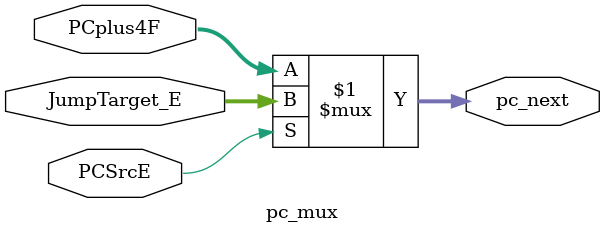
<source format=v>
`timescale 1ns / 1ps


module pc_mux(PCplus4F,JumpTarget_E,PCSrcE,pc_next);


    input [31:0] PCplus4F;       //PC +4 value in IF stage
    input [31:0] JumpTarget_E;   //Jumping to another address
     
    input PCSrcE;                //select pin from Control Unit
    
    output [31:0] pc_next;       //result of the selection
    //                            1              0
    assign pc_next = PCSrcE ? JumpTarget_E : PCplus4F ;
    
endmodule

</source>
